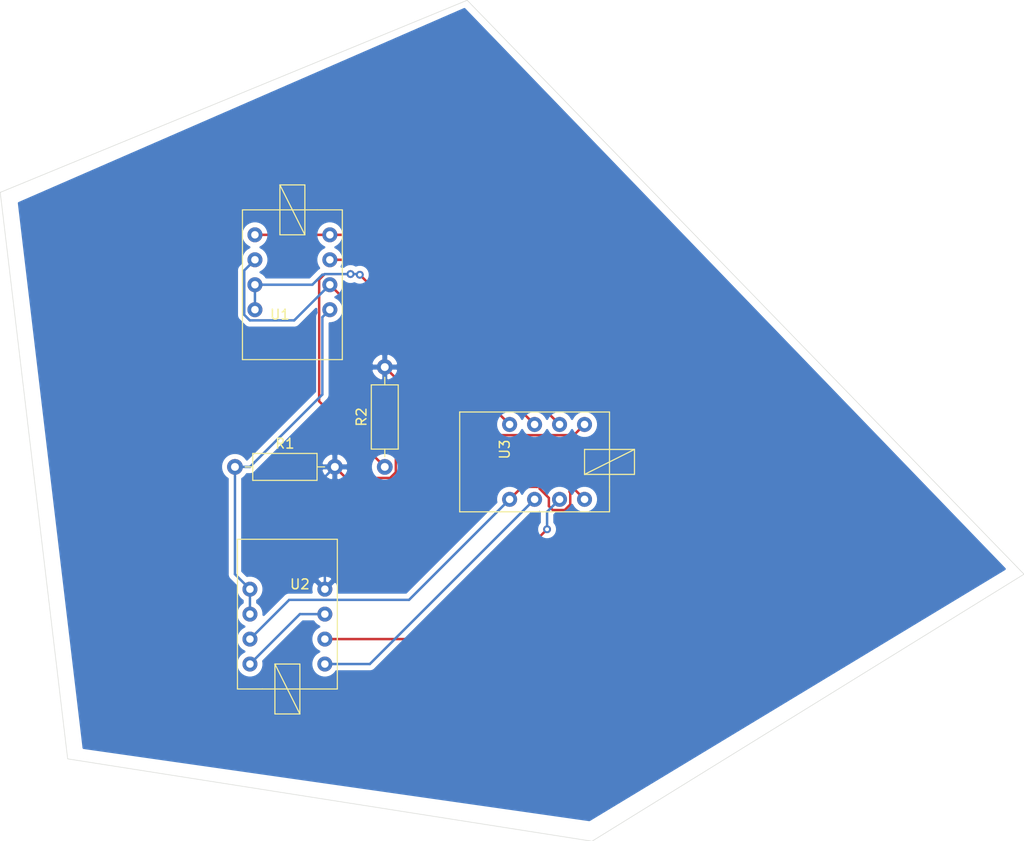
<source format=kicad_pcb>
(kicad_pcb (version 20171130) (host pcbnew "(5.1.9)-1")

  (general
    (thickness 1.6)
    (drawings 5)
    (tracks 69)
    (zones 0)
    (modules 5)
    (nets 10)
  )

  (page A4)
  (layers
    (0 F.Cu signal)
    (31 B.Cu signal)
    (32 B.Adhes user)
    (33 F.Adhes user)
    (34 B.Paste user)
    (35 F.Paste user)
    (36 B.SilkS user)
    (37 F.SilkS user)
    (38 B.Mask user)
    (39 F.Mask user)
    (40 Dwgs.User user)
    (41 Cmts.User user)
    (42 Eco1.User user)
    (43 Eco2.User user)
    (44 Edge.Cuts user)
    (45 Margin user)
    (46 B.CrtYd user)
    (47 F.CrtYd user)
    (48 B.Fab user)
    (49 F.Fab user)
  )

  (setup
    (last_trace_width 0.25)
    (trace_clearance 0.2)
    (zone_clearance 0.508)
    (zone_45_only no)
    (trace_min 0.2)
    (via_size 0.8)
    (via_drill 0.4)
    (via_min_size 0.4)
    (via_min_drill 0.3)
    (uvia_size 0.3)
    (uvia_drill 0.1)
    (uvias_allowed no)
    (uvia_min_size 0.2)
    (uvia_min_drill 0.1)
    (edge_width 0.05)
    (segment_width 0.2)
    (pcb_text_width 0.3)
    (pcb_text_size 1.5 1.5)
    (mod_edge_width 0.12)
    (mod_text_size 1 1)
    (mod_text_width 0.15)
    (pad_size 1.524 1.524)
    (pad_drill 0.762)
    (pad_to_mask_clearance 0)
    (aux_axis_origin 0 0)
    (visible_elements FFFFFF7F)
    (pcbplotparams
      (layerselection 0x010fc_ffffffff)
      (usegerberextensions false)
      (usegerberattributes true)
      (usegerberadvancedattributes true)
      (creategerberjobfile true)
      (excludeedgelayer true)
      (linewidth 0.100000)
      (plotframeref false)
      (viasonmask false)
      (mode 1)
      (useauxorigin false)
      (hpglpennumber 1)
      (hpglpenspeed 20)
      (hpglpendiameter 15.000000)
      (psnegative false)
      (psa4output false)
      (plotreference true)
      (plotvalue true)
      (plotinvisibletext false)
      (padsonsilk false)
      (subtractmaskfromsilk false)
      (outputformat 1)
      (mirror false)
      (drillshape 1)
      (scaleselection 1)
      (outputdirectory ""))
  )

  (net 0 "")
  (net 1 GND)
  (net 2 "Net-(R1-Pad1)")
  (net 3 "Net-(U1-Pad1)")
  (net 4 "Net-(U1-Pad7)")
  (net 5 "Net-(U1-Pad2)")
  (net 6 "Net-(U2-Pad3)")
  (net 7 "Net-(U2-Pad7)")
  (net 8 4)
  (net 9 1)

  (net_class Default "This is the default net class."
    (clearance 0.2)
    (trace_width 0.25)
    (via_dia 0.8)
    (via_drill 0.4)
    (uvia_dia 0.3)
    (uvia_drill 0.1)
    (add_net 1)
    (add_net 4)
    (add_net GND)
    (add_net "Net-(R1-Pad1)")
    (add_net "Net-(U1-Pad1)")
    (add_net "Net-(U1-Pad2)")
    (add_net "Net-(U1-Pad7)")
    (add_net "Net-(U2-Pad3)")
    (add_net "Net-(U2-Pad7)")
  )

  (module temp_lib:arduino (layer F.Cu) (tedit 6171FB6B) (tstamp 61725977)
    (at 137.16 83.566 270)
    (path /61722814)
    (fp_text reference U3 (at 0 0.5 90) (layer F.SilkS)
      (effects (font (size 1 1) (thickness 0.15)))
    )
    (fp_text value arduino (at 0 -0.5 90) (layer F.Fab)
      (effects (font (size 1 1) (thickness 0.15)))
    )
    (fp_line (start 3.81 -10.16) (end -3.81 -10.16) (layer F.SilkS) (width 0.12))
    (fp_line (start -3.81 -10.16) (end -3.81 5.08) (layer F.SilkS) (width 0.12))
    (fp_line (start -3.81 5.08) (end 6.35 5.08) (layer F.SilkS) (width 0.12))
    (fp_line (start 6.35 5.08) (end 6.35 -10.16) (layer F.SilkS) (width 0.12))
    (fp_line (start 6.35 -10.16) (end 3.81 -10.16) (layer F.SilkS) (width 0.12))
    (fp_line (start 0 -12.7) (end 0 -7.62) (layer F.SilkS) (width 0.12))
    (fp_line (start 0 -7.62) (end 2.54 -7.62) (layer F.SilkS) (width 0.12))
    (fp_line (start 2.54 -7.62) (end 0 -12.7) (layer F.SilkS) (width 0.12))
    (fp_line (start 0 -12.7) (end 2.54 -12.7) (layer F.SilkS) (width 0.12))
    (fp_line (start 2.54 -12.7) (end 2.54 -7.62) (layer F.SilkS) (width 0.12))
    (pad 8 thru_hole circle (at 5.08 -7.62 270) (size 1.524 1.524) (drill 0.762) (layers *.Cu *.Mask)
      (net 7 "Net-(U2-Pad7)"))
    (pad 7 thru_hole circle (at 5.08 -5.08 270) (size 1.524 1.524) (drill 0.762) (layers *.Cu *.Mask)
      (net 8 4))
    (pad 6 thru_hole circle (at 5.08 -2.54 270) (size 1.524 1.524) (drill 0.762) (layers *.Cu *.Mask)
      (net 9 1))
    (pad 5 thru_hole circle (at 5.08 0 270) (size 1.524 1.524) (drill 0.762) (layers *.Cu *.Mask)
      (net 7 "Net-(U2-Pad7)"))
    (pad 4 thru_hole circle (at -2.54 0 270) (size 1.524 1.524) (drill 0.762) (layers *.Cu *.Mask)
      (net 2 "Net-(R1-Pad1)"))
    (pad 3 thru_hole circle (at -2.54 -2.54 270) (size 1.524 1.524) (drill 0.762) (layers *.Cu *.Mask)
      (net 4 "Net-(U1-Pad7)"))
    (pad 2 thru_hole circle (at -2.54 -5.08 270) (size 1.524 1.524) (drill 0.762) (layers *.Cu *.Mask)
      (net 3 "Net-(U1-Pad1)"))
    (pad 1 thru_hole circle (at -2.54 -7.62 270) (size 1.524 1.524) (drill 0.762) (layers *.Cu *.Mask)
      (net 5 "Net-(U1-Pad2)"))
  )

  (module temp_lib:arduino (layer F.Cu) (tedit 6171FB6B) (tstamp 61725961)
    (at 115.824 97.79 180)
    (path /61722C22)
    (fp_text reference U2 (at 0 0.5) (layer F.SilkS)
      (effects (font (size 1 1) (thickness 0.15)))
    )
    (fp_text value arduino (at 0 -0.5) (layer F.Fab)
      (effects (font (size 1 1) (thickness 0.15)))
    )
    (fp_line (start 3.81 -10.16) (end -3.81 -10.16) (layer F.SilkS) (width 0.12))
    (fp_line (start -3.81 -10.16) (end -3.81 5.08) (layer F.SilkS) (width 0.12))
    (fp_line (start -3.81 5.08) (end 6.35 5.08) (layer F.SilkS) (width 0.12))
    (fp_line (start 6.35 5.08) (end 6.35 -10.16) (layer F.SilkS) (width 0.12))
    (fp_line (start 6.35 -10.16) (end 3.81 -10.16) (layer F.SilkS) (width 0.12))
    (fp_line (start 0 -12.7) (end 0 -7.62) (layer F.SilkS) (width 0.12))
    (fp_line (start 0 -7.62) (end 2.54 -7.62) (layer F.SilkS) (width 0.12))
    (fp_line (start 2.54 -7.62) (end 0 -12.7) (layer F.SilkS) (width 0.12))
    (fp_line (start 0 -12.7) (end 2.54 -12.7) (layer F.SilkS) (width 0.12))
    (fp_line (start 2.54 -12.7) (end 2.54 -7.62) (layer F.SilkS) (width 0.12))
    (pad 8 thru_hole circle (at 5.08 -7.62 180) (size 1.524 1.524) (drill 0.762) (layers *.Cu *.Mask)
      (net 6 "Net-(U2-Pad3)"))
    (pad 7 thru_hole circle (at 5.08 -5.08 180) (size 1.524 1.524) (drill 0.762) (layers *.Cu *.Mask)
      (net 7 "Net-(U2-Pad7)"))
    (pad 6 thru_hole circle (at 5.08 -2.54 180) (size 1.524 1.524) (drill 0.762) (layers *.Cu *.Mask)
      (net 2 "Net-(R1-Pad1)"))
    (pad 5 thru_hole circle (at 5.08 0 180) (size 1.524 1.524) (drill 0.762) (layers *.Cu *.Mask)
      (net 2 "Net-(R1-Pad1)"))
    (pad 4 thru_hole circle (at -2.54 0 180) (size 1.524 1.524) (drill 0.762) (layers *.Cu *.Mask)
      (net 1 GND))
    (pad 3 thru_hole circle (at -2.54 -2.54 180) (size 1.524 1.524) (drill 0.762) (layers *.Cu *.Mask)
      (net 6 "Net-(U2-Pad3)"))
    (pad 2 thru_hole circle (at -2.54 -5.08 180) (size 1.524 1.524) (drill 0.762) (layers *.Cu *.Mask)
      (net 8 4))
    (pad 1 thru_hole circle (at -2.54 -7.62 180) (size 1.524 1.524) (drill 0.762) (layers *.Cu *.Mask)
      (net 9 1))
  )

  (module temp_lib:arduino (layer F.Cu) (tedit 6171FB6B) (tstamp 6172594B)
    (at 113.792 69.342)
    (path /61721D2F)
    (fp_text reference U1 (at 0 0.5) (layer F.SilkS)
      (effects (font (size 1 1) (thickness 0.15)))
    )
    (fp_text value arduino (at 0 -0.5) (layer F.Fab)
      (effects (font (size 1 1) (thickness 0.15)))
    )
    (fp_line (start 3.81 -10.16) (end -3.81 -10.16) (layer F.SilkS) (width 0.12))
    (fp_line (start -3.81 -10.16) (end -3.81 5.08) (layer F.SilkS) (width 0.12))
    (fp_line (start -3.81 5.08) (end 6.35 5.08) (layer F.SilkS) (width 0.12))
    (fp_line (start 6.35 5.08) (end 6.35 -10.16) (layer F.SilkS) (width 0.12))
    (fp_line (start 6.35 -10.16) (end 3.81 -10.16) (layer F.SilkS) (width 0.12))
    (fp_line (start 0 -12.7) (end 0 -7.62) (layer F.SilkS) (width 0.12))
    (fp_line (start 0 -7.62) (end 2.54 -7.62) (layer F.SilkS) (width 0.12))
    (fp_line (start 2.54 -7.62) (end 0 -12.7) (layer F.SilkS) (width 0.12))
    (fp_line (start 0 -12.7) (end 2.54 -12.7) (layer F.SilkS) (width 0.12))
    (fp_line (start 2.54 -12.7) (end 2.54 -7.62) (layer F.SilkS) (width 0.12))
    (pad 8 thru_hole circle (at 5.08 -7.62) (size 1.524 1.524) (drill 0.762) (layers *.Cu *.Mask)
      (net 3 "Net-(U1-Pad1)"))
    (pad 7 thru_hole circle (at 5.08 -5.08) (size 1.524 1.524) (drill 0.762) (layers *.Cu *.Mask)
      (net 4 "Net-(U1-Pad7)"))
    (pad 6 thru_hole circle (at 5.08 -2.54) (size 1.524 1.524) (drill 0.762) (layers *.Cu *.Mask)
      (net 5 "Net-(U1-Pad2)"))
    (pad 5 thru_hole circle (at 5.08 0) (size 1.524 1.524) (drill 0.762) (layers *.Cu *.Mask)
      (net 2 "Net-(R1-Pad1)"))
    (pad 4 thru_hole circle (at -2.54 0) (size 1.524 1.524) (drill 0.762) (layers *.Cu *.Mask)
      (net 2 "Net-(R1-Pad1)"))
    (pad 3 thru_hole circle (at -2.54 -2.54) (size 1.524 1.524) (drill 0.762) (layers *.Cu *.Mask)
      (net 2 "Net-(R1-Pad1)"))
    (pad 2 thru_hole circle (at -2.54 -5.08) (size 1.524 1.524) (drill 0.762) (layers *.Cu *.Mask)
      (net 5 "Net-(U1-Pad2)"))
    (pad 1 thru_hole circle (at -2.54 -7.62) (size 1.524 1.524) (drill 0.762) (layers *.Cu *.Mask)
      (net 3 "Net-(U1-Pad1)"))
  )

  (module Resistor_THT:R_Axial_DIN0207_L6.3mm_D2.5mm_P10.16mm_Horizontal (layer F.Cu) (tedit 5AE5139B) (tstamp 61725935)
    (at 124.46 85.344 90)
    (descr "Resistor, Axial_DIN0207 series, Axial, Horizontal, pin pitch=10.16mm, 0.25W = 1/4W, length*diameter=6.3*2.5mm^2, http://cdn-reichelt.de/documents/datenblatt/B400/1_4W%23YAG.pdf")
    (tags "Resistor Axial_DIN0207 series Axial Horizontal pin pitch 10.16mm 0.25W = 1/4W length 6.3mm diameter 2.5mm")
    (path /617206F4)
    (fp_text reference R2 (at 5.08 -2.37 90) (layer F.SilkS)
      (effects (font (size 1 1) (thickness 0.15)))
    )
    (fp_text value R (at 5.08 2.37 90) (layer F.Fab)
      (effects (font (size 1 1) (thickness 0.15)))
    )
    (fp_text user %R (at 5.08 0 90) (layer F.Fab)
      (effects (font (size 1 1) (thickness 0.15)))
    )
    (fp_line (start 1.93 -1.25) (end 1.93 1.25) (layer F.Fab) (width 0.1))
    (fp_line (start 1.93 1.25) (end 8.23 1.25) (layer F.Fab) (width 0.1))
    (fp_line (start 8.23 1.25) (end 8.23 -1.25) (layer F.Fab) (width 0.1))
    (fp_line (start 8.23 -1.25) (end 1.93 -1.25) (layer F.Fab) (width 0.1))
    (fp_line (start 0 0) (end 1.93 0) (layer F.Fab) (width 0.1))
    (fp_line (start 10.16 0) (end 8.23 0) (layer F.Fab) (width 0.1))
    (fp_line (start 1.81 -1.37) (end 1.81 1.37) (layer F.SilkS) (width 0.12))
    (fp_line (start 1.81 1.37) (end 8.35 1.37) (layer F.SilkS) (width 0.12))
    (fp_line (start 8.35 1.37) (end 8.35 -1.37) (layer F.SilkS) (width 0.12))
    (fp_line (start 8.35 -1.37) (end 1.81 -1.37) (layer F.SilkS) (width 0.12))
    (fp_line (start 1.04 0) (end 1.81 0) (layer F.SilkS) (width 0.12))
    (fp_line (start 9.12 0) (end 8.35 0) (layer F.SilkS) (width 0.12))
    (fp_line (start -1.05 -1.5) (end -1.05 1.5) (layer F.CrtYd) (width 0.05))
    (fp_line (start -1.05 1.5) (end 11.21 1.5) (layer F.CrtYd) (width 0.05))
    (fp_line (start 11.21 1.5) (end 11.21 -1.5) (layer F.CrtYd) (width 0.05))
    (fp_line (start 11.21 -1.5) (end -1.05 -1.5) (layer F.CrtYd) (width 0.05))
    (pad 2 thru_hole oval (at 10.16 0 90) (size 1.6 1.6) (drill 0.8) (layers *.Cu *.Mask)
      (net 1 GND))
    (pad 1 thru_hole circle (at 0 0 90) (size 1.6 1.6) (drill 0.8) (layers *.Cu *.Mask)
      (net 2 "Net-(R1-Pad1)"))
    (model ${KISYS3DMOD}/Resistor_THT.3dshapes/R_Axial_DIN0207_L6.3mm_D2.5mm_P10.16mm_Horizontal.wrl
      (at (xyz 0 0 0))
      (scale (xyz 1 1 1))
      (rotate (xyz 0 0 0))
    )
  )

  (module Resistor_THT:R_Axial_DIN0207_L6.3mm_D2.5mm_P10.16mm_Horizontal (layer F.Cu) (tedit 5AE5139B) (tstamp 6172591E)
    (at 109.22 85.344)
    (descr "Resistor, Axial_DIN0207 series, Axial, Horizontal, pin pitch=10.16mm, 0.25W = 1/4W, length*diameter=6.3*2.5mm^2, http://cdn-reichelt.de/documents/datenblatt/B400/1_4W%23YAG.pdf")
    (tags "Resistor Axial_DIN0207 series Axial Horizontal pin pitch 10.16mm 0.25W = 1/4W length 6.3mm diameter 2.5mm")
    (path /6171FC85)
    (fp_text reference R1 (at 5.08 -2.37) (layer F.SilkS)
      (effects (font (size 1 1) (thickness 0.15)))
    )
    (fp_text value 10K (at 5.08 2.37) (layer F.Fab)
      (effects (font (size 1 1) (thickness 0.15)))
    )
    (fp_text user %R (at 5.08 0) (layer F.Fab)
      (effects (font (size 1 1) (thickness 0.15)))
    )
    (fp_line (start 1.93 -1.25) (end 1.93 1.25) (layer F.Fab) (width 0.1))
    (fp_line (start 1.93 1.25) (end 8.23 1.25) (layer F.Fab) (width 0.1))
    (fp_line (start 8.23 1.25) (end 8.23 -1.25) (layer F.Fab) (width 0.1))
    (fp_line (start 8.23 -1.25) (end 1.93 -1.25) (layer F.Fab) (width 0.1))
    (fp_line (start 0 0) (end 1.93 0) (layer F.Fab) (width 0.1))
    (fp_line (start 10.16 0) (end 8.23 0) (layer F.Fab) (width 0.1))
    (fp_line (start 1.81 -1.37) (end 1.81 1.37) (layer F.SilkS) (width 0.12))
    (fp_line (start 1.81 1.37) (end 8.35 1.37) (layer F.SilkS) (width 0.12))
    (fp_line (start 8.35 1.37) (end 8.35 -1.37) (layer F.SilkS) (width 0.12))
    (fp_line (start 8.35 -1.37) (end 1.81 -1.37) (layer F.SilkS) (width 0.12))
    (fp_line (start 1.04 0) (end 1.81 0) (layer F.SilkS) (width 0.12))
    (fp_line (start 9.12 0) (end 8.35 0) (layer F.SilkS) (width 0.12))
    (fp_line (start -1.05 -1.5) (end -1.05 1.5) (layer F.CrtYd) (width 0.05))
    (fp_line (start -1.05 1.5) (end 11.21 1.5) (layer F.CrtYd) (width 0.05))
    (fp_line (start 11.21 1.5) (end 11.21 -1.5) (layer F.CrtYd) (width 0.05))
    (fp_line (start 11.21 -1.5) (end -1.05 -1.5) (layer F.CrtYd) (width 0.05))
    (pad 2 thru_hole oval (at 10.16 0) (size 1.6 1.6) (drill 0.8) (layers *.Cu *.Mask)
      (net 1 GND))
    (pad 1 thru_hole circle (at 0 0) (size 1.6 1.6) (drill 0.8) (layers *.Cu *.Mask)
      (net 2 "Net-(R1-Pad1)"))
    (model ${KISYS3DMOD}/Resistor_THT.3dshapes/R_Axial_DIN0207_L6.3mm_D2.5mm_P10.16mm_Horizontal.wrl
      (at (xyz 0 0 0))
      (scale (xyz 1 1 1))
      (rotate (xyz 0 0 0))
    )
  )

  (gr_line (start 92.202 115.062) (end 85.344 57.404) (layer Edge.Cuts) (width 0.05) (tstamp 61725BD0))
  (gr_line (start 145.542 123.444) (end 92.202 115.062) (layer Edge.Cuts) (width 0.05))
  (gr_line (start 189.484 96.266) (end 145.542 123.444) (layer Edge.Cuts) (width 0.05))
  (gr_line (start 132.842 37.846) (end 189.484 96.266) (layer Edge.Cuts) (width 0.05))
  (gr_line (start 85.344 57.404) (end 132.842 37.846) (layer Edge.Cuts) (width 0.05))

  (segment (start 120.505001 86.469001) (end 119.38 85.344) (width 0.25) (layer F.Cu) (net 1))
  (segment (start 125.000001 86.469001) (end 120.505001 86.469001) (width 0.25) (layer F.Cu) (net 1))
  (segment (start 125.585001 85.884001) (end 125.000001 86.469001) (width 0.25) (layer F.Cu) (net 1))
  (segment (start 125.585001 76.309001) (end 125.585001 85.884001) (width 0.25) (layer F.Cu) (net 1))
  (segment (start 124.46 75.184) (end 125.585001 76.309001) (width 0.25) (layer F.Cu) (net 1))
  (segment (start 118.364 86.36) (end 119.38 85.344) (width 0.25) (layer B.Cu) (net 1))
  (segment (start 118.364 97.79) (end 118.364 86.36) (width 0.25) (layer B.Cu) (net 1))
  (segment (start 117.784999 78.668999) (end 124.46 85.344) (width 0.25) (layer F.Cu) (net 2))
  (segment (start 117.784999 66.280239) (end 117.784999 78.668999) (width 0.25) (layer F.Cu) (net 2))
  (segment (start 118.350239 65.714999) (end 117.784999 66.280239) (width 0.25) (layer F.Cu) (net 2))
  (segment (start 121.848999 65.714999) (end 118.350239 65.714999) (width 0.25) (layer F.Cu) (net 2))
  (segment (start 137.16 81.026) (end 121.92 65.786) (width 0.25) (layer F.Cu) (net 2))
  (segment (start 109.22 96.266) (end 110.744 97.79) (width 0.25) (layer B.Cu) (net 2))
  (segment (start 109.22 85.344) (end 109.22 96.266) (width 0.25) (layer B.Cu) (net 2))
  (segment (start 110.744 100.33) (end 110.744 97.79) (width 0.25) (layer B.Cu) (net 2))
  (segment (start 109.22 85.344) (end 110.744 85.344) (width 0.25) (layer B.Cu) (net 2))
  (segment (start 118.110001 70.103999) (end 118.872 69.342) (width 0.25) (layer B.Cu) (net 2))
  (segment (start 118.11 77.978) (end 118.110001 70.103999) (width 0.25) (layer B.Cu) (net 2))
  (segment (start 110.744 85.344) (end 118.11 77.978) (width 0.25) (layer B.Cu) (net 2))
  (segment (start 111.252 66.802) (end 111.252 69.342) (width 0.25) (layer B.Cu) (net 2))
  (segment (start 111.252 66.802) (end 117.094 66.802) (width 0.25) (layer B.Cu) (net 2))
  (segment (start 117.094 66.802) (end 118.11 65.786) (width 0.25) (layer B.Cu) (net 2))
  (segment (start 118.279238 65.786) (end 118.350239 65.714999) (width 0.25) (layer B.Cu) (net 2))
  (segment (start 118.11 65.786) (end 118.279238 65.786) (width 0.25) (layer B.Cu) (net 2))
  (segment (start 118.350239 65.714999) (end 120.975001 65.714999) (width 0.25) (layer B.Cu) (net 2))
  (segment (start 121.92 65.786) (end 121.848999 65.714999) (width 0.25) (layer F.Cu) (net 2) (tstamp 61725BD4))
  (via (at 121.92 65.786) (size 0.8) (drill 0.4) (layers F.Cu B.Cu) (net 2))
  (segment (start 120.975001 65.714999) (end 121.848999 65.714999) (width 0.25) (layer B.Cu) (net 2) (tstamp 61725BD6))
  (via (at 120.975001 65.714999) (size 0.8) (drill 0.4) (layers F.Cu B.Cu) (net 2))
  (segment (start 111.252 61.722) (end 118.872 61.722) (width 0.25) (layer F.Cu) (net 3))
  (segment (start 122.936 61.722) (end 142.24 81.026) (width 0.25) (layer F.Cu) (net 3))
  (segment (start 118.872 61.722) (end 122.936 61.722) (width 0.25) (layer F.Cu) (net 3))
  (segment (start 122.936 64.262) (end 118.872 64.262) (width 0.25) (layer F.Cu) (net 4))
  (segment (start 139.7 81.026) (end 122.936 64.262) (width 0.25) (layer F.Cu) (net 4))
  (segment (start 143.692999 82.113001) (end 134.183001 82.113001) (width 0.25) (layer F.Cu) (net 5))
  (segment (start 144.78 81.026) (end 143.692999 82.113001) (width 0.25) (layer F.Cu) (net 5))
  (segment (start 134.183001 82.113001) (end 118.872 66.802) (width 0.25) (layer F.Cu) (net 5))
  (segment (start 115.244999 70.429001) (end 118.872 66.802) (width 0.25) (layer B.Cu) (net 5))
  (segment (start 110.730239 70.429001) (end 115.244999 70.429001) (width 0.25) (layer B.Cu) (net 5))
  (segment (start 110.164999 69.863761) (end 110.730239 70.429001) (width 0.25) (layer B.Cu) (net 5))
  (segment (start 110.164999 65.349001) (end 110.164999 69.863761) (width 0.25) (layer B.Cu) (net 5))
  (segment (start 111.252 64.262) (end 110.164999 65.349001) (width 0.25) (layer B.Cu) (net 5))
  (segment (start 115.824 100.33) (end 110.744 105.41) (width 0.25) (layer B.Cu) (net 6))
  (segment (start 118.364 100.33) (end 115.824 100.33) (width 0.25) (layer B.Cu) (net 6))
  (segment (start 137.16 88.646) (end 138.43 87.376) (width 0.25) (layer F.Cu) (net 7))
  (segment (start 140.208 87.122) (end 139.954 87.376) (width 0.25) (layer F.Cu) (net 7))
  (segment (start 142.748 87.122) (end 140.208 87.122) (width 0.25) (layer F.Cu) (net 7))
  (segment (start 138.43 87.376) (end 139.954 87.376) (width 0.25) (layer F.Cu) (net 7))
  (segment (start 141.152999 88.503998) (end 141.152999 89.336999) (width 0.25) (layer F.Cu) (net 7))
  (segment (start 140.208 87.558999) (end 141.152999 88.503998) (width 0.25) (layer F.Cu) (net 7))
  (segment (start 140.208 87.122) (end 140.208 87.558999) (width 0.25) (layer F.Cu) (net 7))
  (segment (start 142.761761 89.733001) (end 143.327001 89.167761) (width 0.25) (layer F.Cu) (net 7))
  (segment (start 143.327001 89.167761) (end 143.327001 87.955001) (width 0.25) (layer F.Cu) (net 7))
  (segment (start 141.549001 89.733001) (end 142.761761 89.733001) (width 0.25) (layer F.Cu) (net 7))
  (segment (start 141.152999 89.336999) (end 141.549001 89.733001) (width 0.25) (layer F.Cu) (net 7))
  (segment (start 143.327001 87.955001) (end 143.256 87.884) (width 0.25) (layer F.Cu) (net 7))
  (segment (start 143.256 87.884) (end 143.256 87.122) (width 0.25) (layer F.Cu) (net 7))
  (segment (start 143.256 87.122) (end 144.78 88.646) (width 0.25) (layer F.Cu) (net 7))
  (segment (start 114.736999 98.877001) (end 110.744 102.87) (width 0.25) (layer B.Cu) (net 7))
  (segment (start 126.928999 98.877001) (end 114.736999 98.877001) (width 0.25) (layer B.Cu) (net 7))
  (segment (start 137.16 88.646) (end 126.928999 98.877001) (width 0.25) (layer B.Cu) (net 7))
  (segment (start 118.364 102.87) (end 129.794 102.87) (width 0.25) (layer F.Cu) (net 8))
  (segment (start 129.794 102.87) (end 140.97 91.694) (width 0.25) (layer F.Cu) (net 8))
  (segment (start 140.97 91.694) (end 140.97 91.694) (width 0.25) (layer F.Cu) (net 8) (tstamp 61725BD2))
  (via (at 140.97 91.694) (size 0.8) (drill 0.4) (layers F.Cu B.Cu) (net 8))
  (segment (start 140.97 89.916) (end 142.24 88.646) (width 0.25) (layer B.Cu) (net 8))
  (segment (start 140.97 91.694) (end 140.97 89.916) (width 0.25) (layer B.Cu) (net 8))
  (segment (start 122.936 105.41) (end 118.364 105.41) (width 0.25) (layer B.Cu) (net 9))
  (segment (start 139.7 88.646) (end 122.936 105.41) (width 0.25) (layer B.Cu) (net 9))

  (zone (net 1) (net_name GND) (layer B.Cu) (tstamp 0) (hatch edge 0.508)
    (connect_pads (clearance 0.508))
    (min_thickness 0.254)
    (fill yes (arc_segments 32) (thermal_gap 0.508) (thermal_bridge_width 0.508))
    (polygon
      (pts
        (xy 187.706 95.758) (xy 145.288 121.412) (xy 93.726 114.046) (xy 87.122 58.42) (xy 132.588 38.608)
      )
    )
    (filled_polygon
      (pts
        (xy 187.504152 95.731656) (xy 145.261076 121.279864) (xy 93.840604 113.934082) (xy 90.429569 85.202665) (xy 107.785 85.202665)
        (xy 107.785 85.485335) (xy 107.840147 85.762574) (xy 107.94832 86.023727) (xy 108.105363 86.258759) (xy 108.305241 86.458637)
        (xy 108.46 86.562043) (xy 108.460001 96.228668) (xy 108.456324 96.266) (xy 108.460001 96.303333) (xy 108.470998 96.414986)
        (xy 108.475273 96.429078) (xy 108.514454 96.558246) (xy 108.585026 96.690276) (xy 108.656201 96.777002) (xy 108.68 96.806001)
        (xy 108.708998 96.829799) (xy 109.377628 97.49843) (xy 109.347 97.652408) (xy 109.347 97.927592) (xy 109.400686 98.19749)
        (xy 109.505995 98.451727) (xy 109.65888 98.680535) (xy 109.853465 98.87512) (xy 109.984001 98.962341) (xy 109.984 99.157659)
        (xy 109.853465 99.24488) (xy 109.65888 99.439465) (xy 109.505995 99.668273) (xy 109.400686 99.92251) (xy 109.347 100.192408)
        (xy 109.347 100.467592) (xy 109.400686 100.73749) (xy 109.505995 100.991727) (xy 109.65888 101.220535) (xy 109.853465 101.41512)
        (xy 110.082273 101.568005) (xy 110.159515 101.6) (xy 110.082273 101.631995) (xy 109.853465 101.78488) (xy 109.65888 101.979465)
        (xy 109.505995 102.208273) (xy 109.400686 102.46251) (xy 109.347 102.732408) (xy 109.347 103.007592) (xy 109.400686 103.27749)
        (xy 109.505995 103.531727) (xy 109.65888 103.760535) (xy 109.853465 103.95512) (xy 110.082273 104.108005) (xy 110.159515 104.14)
        (xy 110.082273 104.171995) (xy 109.853465 104.32488) (xy 109.65888 104.519465) (xy 109.505995 104.748273) (xy 109.400686 105.00251)
        (xy 109.347 105.272408) (xy 109.347 105.547592) (xy 109.400686 105.81749) (xy 109.505995 106.071727) (xy 109.65888 106.300535)
        (xy 109.853465 106.49512) (xy 110.082273 106.648005) (xy 110.33651 106.753314) (xy 110.606408 106.807) (xy 110.881592 106.807)
        (xy 111.15149 106.753314) (xy 111.405727 106.648005) (xy 111.634535 106.49512) (xy 111.82912 106.300535) (xy 111.982005 106.071727)
        (xy 112.087314 105.81749) (xy 112.141 105.547592) (xy 112.141 105.272408) (xy 112.110372 105.118429) (xy 116.138802 101.09)
        (xy 117.191659 101.09) (xy 117.27888 101.220535) (xy 117.473465 101.41512) (xy 117.702273 101.568005) (xy 117.779515 101.6)
        (xy 117.702273 101.631995) (xy 117.473465 101.78488) (xy 117.27888 101.979465) (xy 117.125995 102.208273) (xy 117.020686 102.46251)
        (xy 116.967 102.732408) (xy 116.967 103.007592) (xy 117.020686 103.27749) (xy 117.125995 103.531727) (xy 117.27888 103.760535)
        (xy 117.473465 103.95512) (xy 117.702273 104.108005) (xy 117.779515 104.14) (xy 117.702273 104.171995) (xy 117.473465 104.32488)
        (xy 117.27888 104.519465) (xy 117.125995 104.748273) (xy 117.020686 105.00251) (xy 116.967 105.272408) (xy 116.967 105.547592)
        (xy 117.020686 105.81749) (xy 117.125995 106.071727) (xy 117.27888 106.300535) (xy 117.473465 106.49512) (xy 117.702273 106.648005)
        (xy 117.95651 106.753314) (xy 118.226408 106.807) (xy 118.501592 106.807) (xy 118.77149 106.753314) (xy 119.025727 106.648005)
        (xy 119.254535 106.49512) (xy 119.44912 106.300535) (xy 119.536341 106.17) (xy 122.898678 106.17) (xy 122.936 106.173676)
        (xy 122.973322 106.17) (xy 122.973333 106.17) (xy 123.084986 106.159003) (xy 123.228247 106.115546) (xy 123.360276 106.044974)
        (xy 123.476001 105.950001) (xy 123.499804 105.920997) (xy 139.40843 90.012372) (xy 139.562408 90.043) (xy 139.837592 90.043)
        (xy 140.10749 89.989314) (xy 140.209388 89.947106) (xy 140.210001 89.953332) (xy 140.21 90.990289) (xy 140.166063 91.034226)
        (xy 140.052795 91.203744) (xy 139.974774 91.392102) (xy 139.935 91.592061) (xy 139.935 91.795939) (xy 139.974774 91.995898)
        (xy 140.052795 92.184256) (xy 140.166063 92.353774) (xy 140.310226 92.497937) (xy 140.479744 92.611205) (xy 140.668102 92.689226)
        (xy 140.868061 92.729) (xy 141.071939 92.729) (xy 141.271898 92.689226) (xy 141.460256 92.611205) (xy 141.629774 92.497937)
        (xy 141.773937 92.353774) (xy 141.887205 92.184256) (xy 141.965226 91.995898) (xy 142.005 91.795939) (xy 142.005 91.592061)
        (xy 141.965226 91.392102) (xy 141.887205 91.203744) (xy 141.773937 91.034226) (xy 141.73 90.990289) (xy 141.73 90.230801)
        (xy 141.94843 90.012372) (xy 142.102408 90.043) (xy 142.377592 90.043) (xy 142.64749 89.989314) (xy 142.901727 89.884005)
        (xy 143.130535 89.73112) (xy 143.32512 89.536535) (xy 143.478005 89.307727) (xy 143.51 89.230485) (xy 143.541995 89.307727)
        (xy 143.69488 89.536535) (xy 143.889465 89.73112) (xy 144.118273 89.884005) (xy 144.37251 89.989314) (xy 144.642408 90.043)
        (xy 144.917592 90.043) (xy 145.18749 89.989314) (xy 145.441727 89.884005) (xy 145.670535 89.73112) (xy 145.86512 89.536535)
        (xy 146.018005 89.307727) (xy 146.123314 89.05349) (xy 146.177 88.783592) (xy 146.177 88.508408) (xy 146.123314 88.23851)
        (xy 146.018005 87.984273) (xy 145.86512 87.755465) (xy 145.670535 87.56088) (xy 145.441727 87.407995) (xy 145.18749 87.302686)
        (xy 144.917592 87.249) (xy 144.642408 87.249) (xy 144.37251 87.302686) (xy 144.118273 87.407995) (xy 143.889465 87.56088)
        (xy 143.69488 87.755465) (xy 143.541995 87.984273) (xy 143.51 88.061515) (xy 143.478005 87.984273) (xy 143.32512 87.755465)
        (xy 143.130535 87.56088) (xy 142.901727 87.407995) (xy 142.64749 87.302686) (xy 142.377592 87.249) (xy 142.102408 87.249)
        (xy 141.83251 87.302686) (xy 141.578273 87.407995) (xy 141.349465 87.56088) (xy 141.15488 87.755465) (xy 141.001995 87.984273)
        (xy 140.97 88.061515) (xy 140.938005 87.984273) (xy 140.78512 87.755465) (xy 140.590535 87.56088) (xy 140.361727 87.407995)
        (xy 140.10749 87.302686) (xy 139.837592 87.249) (xy 139.562408 87.249) (xy 139.29251 87.302686) (xy 139.038273 87.407995)
        (xy 138.809465 87.56088) (xy 138.61488 87.755465) (xy 138.461995 87.984273) (xy 138.43 88.061515) (xy 138.398005 87.984273)
        (xy 138.24512 87.755465) (xy 138.050535 87.56088) (xy 137.821727 87.407995) (xy 137.56749 87.302686) (xy 137.297592 87.249)
        (xy 137.022408 87.249) (xy 136.75251 87.302686) (xy 136.498273 87.407995) (xy 136.269465 87.56088) (xy 136.07488 87.755465)
        (xy 135.921995 87.984273) (xy 135.816686 88.23851) (xy 135.763 88.508408) (xy 135.763 88.783592) (xy 135.793628 88.93757)
        (xy 126.614198 98.117001) (xy 119.722224 98.117001) (xy 119.753023 97.992865) (xy 119.76591 97.717983) (xy 119.724922 97.445867)
        (xy 119.631636 97.186977) (xy 119.569656 97.07102) (xy 119.329565 97.00404) (xy 118.543605 97.79) (xy 118.557748 97.804143)
        (xy 118.378143 97.983748) (xy 118.364 97.969605) (xy 118.349858 97.983748) (xy 118.170253 97.804143) (xy 118.184395 97.79)
        (xy 117.398435 97.00404) (xy 117.158344 97.07102) (xy 117.041244 97.320048) (xy 116.974977 97.587135) (xy 116.96209 97.862017)
        (xy 117.000497 98.117001) (xy 114.774321 98.117001) (xy 114.736998 98.113325) (xy 114.699675 98.117001) (xy 114.699666 98.117001)
        (xy 114.588013 98.127998) (xy 114.444752 98.171455) (xy 114.312723 98.242027) (xy 114.196998 98.337) (xy 114.1732 98.365998)
        (xy 112.141 100.398199) (xy 112.141 100.192408) (xy 112.087314 99.92251) (xy 111.982005 99.668273) (xy 111.82912 99.439465)
        (xy 111.634535 99.24488) (xy 111.504 99.157659) (xy 111.504 98.962341) (xy 111.634535 98.87512) (xy 111.82912 98.680535)
        (xy 111.982005 98.451727) (xy 112.087314 98.19749) (xy 112.141 97.927592) (xy 112.141 97.652408) (xy 112.087314 97.38251)
        (xy 111.982005 97.128273) (xy 111.82912 96.899465) (xy 111.75409 96.824435) (xy 117.57804 96.824435) (xy 118.364 97.610395)
        (xy 119.14996 96.824435) (xy 119.08298 96.584344) (xy 118.833952 96.467244) (xy 118.566865 96.400977) (xy 118.291983 96.38809)
        (xy 118.019867 96.429078) (xy 117.760977 96.522364) (xy 117.64502 96.584344) (xy 117.57804 96.824435) (xy 111.75409 96.824435)
        (xy 111.634535 96.70488) (xy 111.405727 96.551995) (xy 111.15149 96.446686) (xy 110.881592 96.393) (xy 110.606408 96.393)
        (xy 110.45243 96.423628) (xy 109.98 95.951199) (xy 109.98 86.562043) (xy 110.134759 86.458637) (xy 110.334637 86.258759)
        (xy 110.438043 86.104) (xy 110.706678 86.104) (xy 110.744 86.107676) (xy 110.781322 86.104) (xy 110.781333 86.104)
        (xy 110.892986 86.093003) (xy 111.036247 86.049546) (xy 111.168276 85.978974) (xy 111.284001 85.884001) (xy 111.307804 85.854997)
        (xy 111.469762 85.693039) (xy 117.988096 85.693039) (xy 118.028754 85.827087) (xy 118.148963 86.08142) (xy 118.316481 86.307414)
        (xy 118.524869 86.496385) (xy 118.766119 86.64107) (xy 119.03096 86.735909) (xy 119.253 86.614624) (xy 119.253 85.471)
        (xy 119.507 85.471) (xy 119.507 86.614624) (xy 119.72904 86.735909) (xy 119.993881 86.64107) (xy 120.235131 86.496385)
        (xy 120.443519 86.307414) (xy 120.611037 86.08142) (xy 120.731246 85.827087) (xy 120.771904 85.693039) (xy 120.649915 85.471)
        (xy 119.507 85.471) (xy 119.253 85.471) (xy 118.110085 85.471) (xy 117.988096 85.693039) (xy 111.469762 85.693039)
        (xy 112.16784 84.994961) (xy 117.988096 84.994961) (xy 118.110085 85.217) (xy 119.253 85.217) (xy 119.253 84.073376)
        (xy 119.507 84.073376) (xy 119.507 85.217) (xy 120.649915 85.217) (xy 120.65779 85.202665) (xy 123.025 85.202665)
        (xy 123.025 85.485335) (xy 123.080147 85.762574) (xy 123.18832 86.023727) (xy 123.345363 86.258759) (xy 123.545241 86.458637)
        (xy 123.780273 86.61568) (xy 124.041426 86.723853) (xy 124.318665 86.779) (xy 124.601335 86.779) (xy 124.878574 86.723853)
        (xy 125.139727 86.61568) (xy 125.374759 86.458637) (xy 125.574637 86.258759) (xy 125.73168 86.023727) (xy 125.839853 85.762574)
        (xy 125.895 85.485335) (xy 125.895 85.202665) (xy 125.839853 84.925426) (xy 125.73168 84.664273) (xy 125.574637 84.429241)
        (xy 125.374759 84.229363) (xy 125.139727 84.07232) (xy 124.878574 83.964147) (xy 124.601335 83.909) (xy 124.318665 83.909)
        (xy 124.041426 83.964147) (xy 123.780273 84.07232) (xy 123.545241 84.229363) (xy 123.345363 84.429241) (xy 123.18832 84.664273)
        (xy 123.080147 84.925426) (xy 123.025 85.202665) (xy 120.65779 85.202665) (xy 120.771904 84.994961) (xy 120.731246 84.860913)
        (xy 120.611037 84.60658) (xy 120.443519 84.380586) (xy 120.235131 84.191615) (xy 119.993881 84.04693) (xy 119.72904 83.952091)
        (xy 119.507 84.073376) (xy 119.253 84.073376) (xy 119.03096 83.952091) (xy 118.766119 84.04693) (xy 118.524869 84.191615)
        (xy 118.316481 84.380586) (xy 118.148963 84.60658) (xy 118.028754 84.860913) (xy 117.988096 84.994961) (xy 112.16784 84.994961)
        (xy 116.274393 80.888408) (xy 135.763 80.888408) (xy 135.763 81.163592) (xy 135.816686 81.43349) (xy 135.921995 81.687727)
        (xy 136.07488 81.916535) (xy 136.269465 82.11112) (xy 136.498273 82.264005) (xy 136.75251 82.369314) (xy 137.022408 82.423)
        (xy 137.297592 82.423) (xy 137.56749 82.369314) (xy 137.821727 82.264005) (xy 138.050535 82.11112) (xy 138.24512 81.916535)
        (xy 138.398005 81.687727) (xy 138.43 81.610485) (xy 138.461995 81.687727) (xy 138.61488 81.916535) (xy 138.809465 82.11112)
        (xy 139.038273 82.264005) (xy 139.29251 82.369314) (xy 139.562408 82.423) (xy 139.837592 82.423) (xy 140.10749 82.369314)
        (xy 140.361727 82.264005) (xy 140.590535 82.11112) (xy 140.78512 81.916535) (xy 140.938005 81.687727) (xy 140.97 81.610485)
        (xy 141.001995 81.687727) (xy 141.15488 81.916535) (xy 141.349465 82.11112) (xy 141.578273 82.264005) (xy 141.83251 82.369314)
        (xy 142.102408 82.423) (xy 142.377592 82.423) (xy 142.64749 82.369314) (xy 142.901727 82.264005) (xy 143.130535 82.11112)
        (xy 143.32512 81.916535) (xy 143.478005 81.687727) (xy 143.51 81.610485) (xy 143.541995 81.687727) (xy 143.69488 81.916535)
        (xy 143.889465 82.11112) (xy 144.118273 82.264005) (xy 144.37251 82.369314) (xy 144.642408 82.423) (xy 144.917592 82.423)
        (xy 145.18749 82.369314) (xy 145.441727 82.264005) (xy 145.670535 82.11112) (xy 145.86512 81.916535) (xy 146.018005 81.687727)
        (xy 146.123314 81.43349) (xy 146.177 81.163592) (xy 146.177 80.888408) (xy 146.123314 80.61851) (xy 146.018005 80.364273)
        (xy 145.86512 80.135465) (xy 145.670535 79.94088) (xy 145.441727 79.787995) (xy 145.18749 79.682686) (xy 144.917592 79.629)
        (xy 144.642408 79.629) (xy 144.37251 79.682686) (xy 144.118273 79.787995) (xy 143.889465 79.94088) (xy 143.69488 80.135465)
        (xy 143.541995 80.364273) (xy 143.51 80.441515) (xy 143.478005 80.364273) (xy 143.32512 80.135465) (xy 143.130535 79.94088)
        (xy 142.901727 79.787995) (xy 142.64749 79.682686) (xy 142.377592 79.629) (xy 142.102408 79.629) (xy 141.83251 79.682686)
        (xy 141.578273 79.787995) (xy 141.349465 79.94088) (xy 141.15488 80.135465) (xy 141.001995 80.364273) (xy 140.97 80.441515)
        (xy 140.938005 80.364273) (xy 140.78512 80.135465) (xy 140.590535 79.94088) (xy 140.361727 79.787995) (xy 140.10749 79.682686)
        (xy 139.837592 79.629) (xy 139.562408 79.629) (xy 139.29251 79.682686) (xy 139.038273 79.787995) (xy 138.809465 79.94088)
        (xy 138.61488 80.135465) (xy 138.461995 80.364273) (xy 138.43 80.441515) (xy 138.398005 80.364273) (xy 138.24512 80.135465)
        (xy 138.050535 79.94088) (xy 137.821727 79.787995) (xy 137.56749 79.682686) (xy 137.297592 79.629) (xy 137.022408 79.629)
        (xy 136.75251 79.682686) (xy 136.498273 79.787995) (xy 136.269465 79.94088) (xy 136.07488 80.135465) (xy 135.921995 80.364273)
        (xy 135.816686 80.61851) (xy 135.763 80.888408) (xy 116.274393 80.888408) (xy 118.621007 78.541795) (xy 118.65 78.518001)
        (xy 118.673794 78.489008) (xy 118.673799 78.489003) (xy 118.744974 78.402277) (xy 118.815546 78.270247) (xy 118.859002 78.126987)
        (xy 118.873676 77.978001) (xy 118.869999 77.940668) (xy 118.869999 75.53304) (xy 123.068091 75.53304) (xy 123.16293 75.797881)
        (xy 123.307615 76.039131) (xy 123.496586 76.247519) (xy 123.72258 76.415037) (xy 123.976913 76.535246) (xy 124.110961 76.575904)
        (xy 124.333 76.453915) (xy 124.333 75.311) (xy 124.587 75.311) (xy 124.587 76.453915) (xy 124.809039 76.575904)
        (xy 124.943087 76.535246) (xy 125.19742 76.415037) (xy 125.423414 76.247519) (xy 125.612385 76.039131) (xy 125.75707 75.797881)
        (xy 125.851909 75.53304) (xy 125.730624 75.311) (xy 124.587 75.311) (xy 124.333 75.311) (xy 123.189376 75.311)
        (xy 123.068091 75.53304) (xy 118.869999 75.53304) (xy 118.869999 74.83496) (xy 123.068091 74.83496) (xy 123.189376 75.057)
        (xy 124.333 75.057) (xy 124.333 73.914085) (xy 124.587 73.914085) (xy 124.587 75.057) (xy 125.730624 75.057)
        (xy 125.851909 74.83496) (xy 125.75707 74.570119) (xy 125.612385 74.328869) (xy 125.423414 74.120481) (xy 125.19742 73.952963)
        (xy 124.943087 73.832754) (xy 124.809039 73.792096) (xy 124.587 73.914085) (xy 124.333 73.914085) (xy 124.110961 73.792096)
        (xy 123.976913 73.832754) (xy 123.72258 73.952963) (xy 123.496586 74.120481) (xy 123.307615 74.328869) (xy 123.16293 74.570119)
        (xy 123.068091 74.83496) (xy 118.869999 74.83496) (xy 118.870001 70.739) (xy 119.009592 70.739) (xy 119.27949 70.685314)
        (xy 119.533727 70.580005) (xy 119.762535 70.42712) (xy 119.95712 70.232535) (xy 120.110005 70.003727) (xy 120.215314 69.74949)
        (xy 120.269 69.479592) (xy 120.269 69.204408) (xy 120.215314 68.93451) (xy 120.110005 68.680273) (xy 119.95712 68.451465)
        (xy 119.762535 68.25688) (xy 119.533727 68.103995) (xy 119.456485 68.072) (xy 119.533727 68.040005) (xy 119.762535 67.88712)
        (xy 119.95712 67.692535) (xy 120.110005 67.463727) (xy 120.215314 67.20949) (xy 120.269 66.939592) (xy 120.269 66.664408)
        (xy 120.231324 66.474999) (xy 120.27129 66.474999) (xy 120.315227 66.518936) (xy 120.484745 66.632204) (xy 120.673103 66.710225)
        (xy 120.873062 66.749999) (xy 121.07694 66.749999) (xy 121.276899 66.710225) (xy 121.377738 66.668456) (xy 121.429744 66.703205)
        (xy 121.618102 66.781226) (xy 121.818061 66.821) (xy 122.021939 66.821) (xy 122.221898 66.781226) (xy 122.410256 66.703205)
        (xy 122.579774 66.589937) (xy 122.723937 66.445774) (xy 122.837205 66.276256) (xy 122.915226 66.087898) (xy 122.955 65.887939)
        (xy 122.955 65.684061) (xy 122.915226 65.484102) (xy 122.837205 65.295744) (xy 122.723937 65.126226) (xy 122.579774 64.982063)
        (xy 122.410256 64.868795) (xy 122.221898 64.790774) (xy 122.021939 64.751) (xy 121.818061 64.751) (xy 121.618102 64.790774)
        (xy 121.517263 64.832543) (xy 121.465257 64.797794) (xy 121.276899 64.719773) (xy 121.07694 64.679999) (xy 120.873062 64.679999)
        (xy 120.673103 64.719773) (xy 120.484745 64.797794) (xy 120.315227 64.911062) (xy 120.27129 64.954999) (xy 120.08911 64.954999)
        (xy 120.110005 64.923727) (xy 120.215314 64.66949) (xy 120.269 64.399592) (xy 120.269 64.124408) (xy 120.215314 63.85451)
        (xy 120.110005 63.600273) (xy 119.95712 63.371465) (xy 119.762535 63.17688) (xy 119.533727 63.023995) (xy 119.456485 62.992)
        (xy 119.533727 62.960005) (xy 119.762535 62.80712) (xy 119.95712 62.612535) (xy 120.110005 62.383727) (xy 120.215314 62.12949)
        (xy 120.269 61.859592) (xy 120.269 61.584408) (xy 120.215314 61.31451) (xy 120.110005 61.060273) (xy 119.95712 60.831465)
        (xy 119.762535 60.63688) (xy 119.533727 60.483995) (xy 119.27949 60.378686) (xy 119.009592 60.325) (xy 118.734408 60.325)
        (xy 118.46451 60.378686) (xy 118.210273 60.483995) (xy 117.981465 60.63688) (xy 117.78688 60.831465) (xy 117.633995 61.060273)
        (xy 117.528686 61.31451) (xy 117.475 61.584408) (xy 117.475 61.859592) (xy 117.528686 62.12949) (xy 117.633995 62.383727)
        (xy 117.78688 62.612535) (xy 117.981465 62.80712) (xy 118.210273 62.960005) (xy 118.287515 62.992) (xy 118.210273 63.023995)
        (xy 117.981465 63.17688) (xy 117.78688 63.371465) (xy 117.633995 63.600273) (xy 117.528686 63.85451) (xy 117.475 64.124408)
        (xy 117.475 64.399592) (xy 117.528686 64.66949) (xy 117.633995 64.923727) (xy 117.759516 65.111582) (xy 117.685723 65.151026)
        (xy 117.626029 65.200016) (xy 117.569999 65.245999) (xy 117.546201 65.274997) (xy 116.779199 66.042) (xy 112.424341 66.042)
        (xy 112.33712 65.911465) (xy 112.142535 65.71688) (xy 111.913727 65.563995) (xy 111.836485 65.532) (xy 111.913727 65.500005)
        (xy 112.142535 65.34712) (xy 112.33712 65.152535) (xy 112.490005 64.923727) (xy 112.595314 64.66949) (xy 112.649 64.399592)
        (xy 112.649 64.124408) (xy 112.595314 63.85451) (xy 112.490005 63.600273) (xy 112.33712 63.371465) (xy 112.142535 63.17688)
        (xy 111.913727 63.023995) (xy 111.836485 62.992) (xy 111.913727 62.960005) (xy 112.142535 62.80712) (xy 112.33712 62.612535)
        (xy 112.490005 62.383727) (xy 112.595314 62.12949) (xy 112.649 61.859592) (xy 112.649 61.584408) (xy 112.595314 61.31451)
        (xy 112.490005 61.060273) (xy 112.33712 60.831465) (xy 112.142535 60.63688) (xy 111.913727 60.483995) (xy 111.65949 60.378686)
        (xy 111.389592 60.325) (xy 111.114408 60.325) (xy 110.84451 60.378686) (xy 110.590273 60.483995) (xy 110.361465 60.63688)
        (xy 110.16688 60.831465) (xy 110.013995 61.060273) (xy 109.908686 61.31451) (xy 109.855 61.584408) (xy 109.855 61.859592)
        (xy 109.908686 62.12949) (xy 110.013995 62.383727) (xy 110.16688 62.612535) (xy 110.361465 62.80712) (xy 110.590273 62.960005)
        (xy 110.667515 62.992) (xy 110.590273 63.023995) (xy 110.361465 63.17688) (xy 110.16688 63.371465) (xy 110.013995 63.600273)
        (xy 109.908686 63.85451) (xy 109.855 64.124408) (xy 109.855 64.399592) (xy 109.885628 64.553571) (xy 109.654001 64.785197)
        (xy 109.624998 64.809) (xy 109.575926 64.868795) (xy 109.530025 64.924725) (xy 109.507965 64.965996) (xy 109.459453 65.056755)
        (xy 109.415996 65.200016) (xy 109.404999 65.311669) (xy 109.404999 65.311679) (xy 109.401323 65.349001) (xy 109.404999 65.386324)
        (xy 109.405 69.826429) (xy 109.401323 69.863761) (xy 109.415997 70.012746) (xy 109.459453 70.156007) (xy 109.530025 70.288037)
        (xy 109.6012 70.374763) (xy 109.624999 70.403762) (xy 109.653997 70.42756) (xy 110.166439 70.940003) (xy 110.190238 70.969002)
        (xy 110.219236 70.9928) (xy 110.305962 71.063975) (xy 110.437992 71.134547) (xy 110.581253 71.178004) (xy 110.692906 71.189001)
        (xy 110.692915 71.189001) (xy 110.730238 71.192677) (xy 110.767561 71.189001) (xy 115.207677 71.189001) (xy 115.244999 71.192677)
        (xy 115.282321 71.189001) (xy 115.282332 71.189001) (xy 115.393985 71.178004) (xy 115.537246 71.134547) (xy 115.669275 71.063975)
        (xy 115.785 70.969002) (xy 115.808803 70.939998) (xy 117.475 69.273801) (xy 117.475 69.479592) (xy 117.507048 69.640706)
        (xy 117.475027 69.679723) (xy 117.404455 69.811753) (xy 117.360999 69.955014) (xy 117.346325 70.103999) (xy 117.350002 70.141331)
        (xy 117.35 77.663198) (xy 110.434501 84.578698) (xy 110.334637 84.429241) (xy 110.134759 84.229363) (xy 109.899727 84.07232)
        (xy 109.638574 83.964147) (xy 109.361335 83.909) (xy 109.078665 83.909) (xy 108.801426 83.964147) (xy 108.540273 84.07232)
        (xy 108.305241 84.229363) (xy 108.105363 84.429241) (xy 107.94832 84.664273) (xy 107.840147 84.925426) (xy 107.785 85.202665)
        (xy 90.429569 85.202665) (xy 87.259239 58.498731) (xy 132.557841 38.759675)
      )
    )
  )
)

</source>
